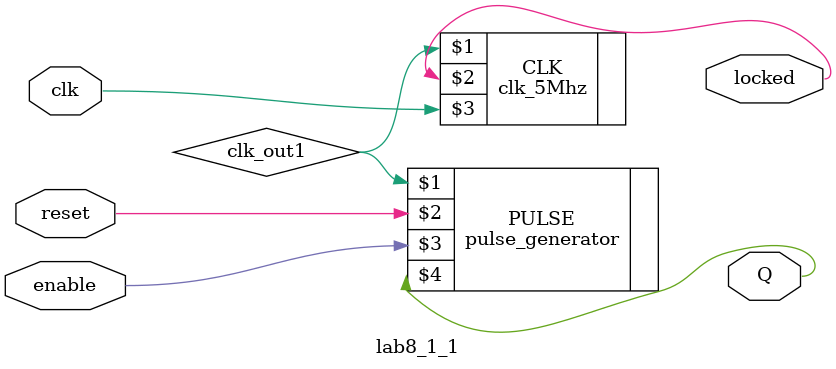
<source format=v>
`timescale 1ns / 1ps


module lab8_1_1(
    input clk,
    input reset, 
    input enable,
    output locked, 
    output Q
    );
    
    clk_5Mhz CLK (clk_out1, locked, clk);
    pulse_generator PULSE (clk_out1, reset, enable, Q);
    
endmodule

</source>
